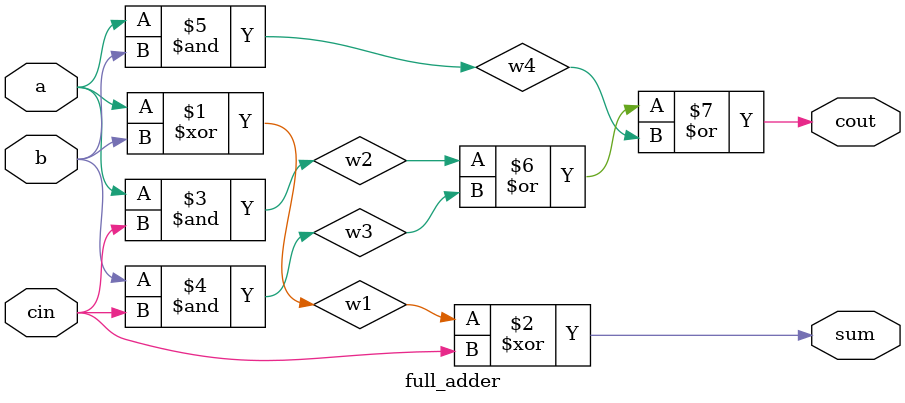
<source format=v>


module testbench();
	wire [3:0] a,b,sum;
	wire cin, cout;
		test_adder test(a,b,cin,sum,cout);
		_4bits fa(a,b,cin,sum,cout);
endmodule

module test_adder(a,b,cin,cout,sum);
	input[3:0] sum;
	input cout;
	output[3:0] a,b;
	output cin;
	reg[3:0] a,b;
	reg cin;
	initial
		begin
		$monitor($time,"a =%b, b =%b, cin =%b, sum =%b, cout =%b",a,b,cin,sum,cout);
		$display($time,"a =%b, b =%b, cin =%b, sum =%b, cout =%b",a,b,cin,sum,cout);
		/* #20 a=2; b=3; cin=0;
		#20 a=1; b=7; cin=0;
		#20	a=4;b=10;  cin=0;
		#20	a=1;b=2;cin=0;
		*/
			sum=3;
		$display($time,"a =%b, b =%b, cin =%b, sum =%b, cout =%b",a,b,cin,sum,cout);
		end
endmodule	

module _4bits( a, b,in_carry,sum,cout);
    output [3:0] sum;
    output cout;
	input in_carry;
    input [3:0] a, b;
    wire c0,c1,c2;   
    full_adder FA0 (a[0], b[0],in_carry,sum[0],c0);
    full_adder FA1(a[1],b[1],c0,sum[1],c1);
    full_adder FA2(a[2],b[2],c1,sum[2],c2);
    full_adder FA3(a[3],b[3],c2,sum[3],cout);
endmodule
	
/*
module four_bit_adder(a,b,cin,carry_out,sum);
	output[3:0] sum;
	output carry_out;
	input[3:0] a,b;
	wire[3:1] carry_in;
	full_adder FA0(a[0],b[0],cin,sum[0],carry_in[1]);
	full_adder FA1(a[1],b[1],carry_in[1],sum[1],carry_in[2]);
	full_adder FA2(a[2],b[2],carry_in[2],sum[2],carry_in[3]);
	full_adder FA3(a[3],b[3],carry_in[3],sum[3],carry_out);
	
endmodule
		*/
module full_adder(a,b,cin,sum,cout);
	wire w1,w2,w3,w4;
	input a,b,cin;
	output sum,cout;

	
	xor (w1,a,b);
	xor (sum,w1,cin);
	and (w2,a,cin);
	and (w3,b,cin);
	and (w4,a,b);
	or (cout,w2,w3,w4);
	
endmodule	
</source>
